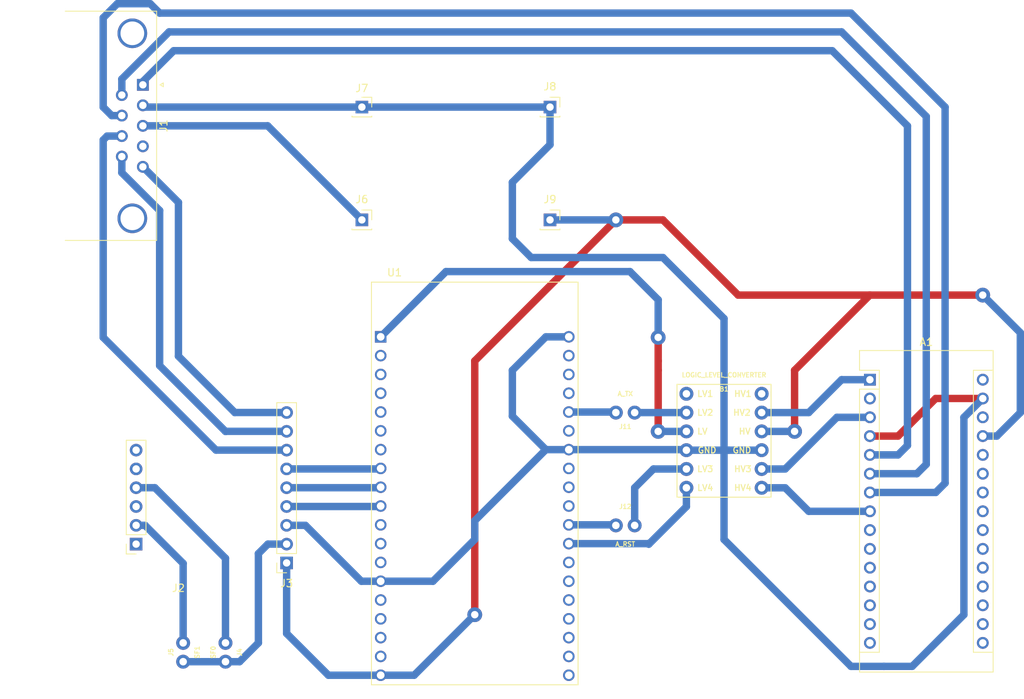
<source format=kicad_pcb>
(kicad_pcb (version 20211014) (generator pcbnew)
  (layers (0 "F.Cu" signal) (31 "B.Cu" signal) (34 "B.Paste" user) (35 "F.Paste" user) (36 "B.SilkS" user "B.Silkscreen") (37 "F.SilkS" user "F.Silkscreen") (38 "B.Mask" user) (39 "F.Mask" user) (44 "Edge.Cuts" user))
  (net 0 "")
  (net 48 "5V")
  (net 50 "Net-(A1-Pad1)")
  (net 53 "MELBUS_BUSY")
  (net 54 "MELBUS_DATA")
  (net 55 "MELBUS_CLK")
  (net 56 "GND")
  (net 57 "Net-(A1-Pad8)")
  (net 58 "Net-(B1-PadLV4)")
  (net 59 "Net-(B1-PadLV3)")
  (net 60 "Net-(B1-PadLV2)")
  (net 61 "3V3")
  (net 62 "Net-(J2-Pad2)")
  (net 63 "Net-(J2-Pad4)")
  (net 64 "Net-(J3-Pad2)")
  (net 65 "Net-(J3-Pad4)")
  (net 66 "Net-(J3-Pad5)")
  (net 67 "Net-(J3-Pad6)")
  (net 68 "AUDIO_L")
  (net 69 "AUDIO_GND")
  (net 70 "AUDIO_R")
  (net 71 "12V")
  (net 72 "Net-(J11-Pad2)")
  (net 77 "ARDUINO_RESET")
  (net 78 "Net-(J12-Pad1)")
  (footprint "Connector_PinSocket_2.54mm:PinSocket_1x01_P2.54mm_Vertical" (layer "F.Cu") (at 137.16 73.66)
    (fp_text reference "J9" (at 0 -2.77) (layer "F.SilkS"))
    (fp_text value "5V")
    (fp_line (start -1.33 1.21) (end -1.33 1.33) (layer "F.SilkS") (width 0.12))
    (fp_line (start 0 -1.33) (end 1.33 -1.33) (layer "F.SilkS") (width 0.12))
    (fp_line (start 1.33 -1.33) (end 1.33 0) (layer "F.SilkS") (width 0.12))
    (fp_line (start -1.33 1.33) (end 1.33 1.33) (layer "F.SilkS") (width 0.12))
    (fp_line (start 1.33 1.21) (end 1.33 1.33) (layer "F.SilkS") (width 0.12))
    (pad "1" thru_hole rect locked (at 0 0) (size 1.7 1.7) (drill 1) (layers *.Cu *.Mask) (net 48 "5V"))
  )
  (footprint "Connector_PinSocket_2.54mm:PinSocket_1x01_P2.54mm_Vertical" (layer "F.Cu") (at 111.76 73.66)
    (fp_text reference "J6" (at 0 -2.77) (layer "F.SilkS"))
    (fp_text value "12V")
    (fp_line (start 0 -1.33) (end 1.33 -1.33) (layer "F.SilkS") (width 0.12))
    (fp_line (start 1.33 -1.33) (end 1.33 0) (layer "F.SilkS") (width 0.12))
    (fp_line (start 1.33 1.21) (end 1.33 1.33) (layer "F.SilkS") (width 0.12))
    (fp_line (start -1.33 1.33) (end 1.33 1.33) (layer "F.SilkS") (width 0.12))
    (fp_line (start -1.33 1.21) (end -1.33 1.33) (layer "F.SilkS") (width 0.12))
    (pad "1" thru_hole rect locked (at 0 0) (size 1.7 1.7) (drill 1) (layers *.Cu *.Mask) (net 71 "12V"))
  )
  (footprint "Connector_PinSocket_2.54mm:PinSocket_1x01_P2.54mm_Vertical" (layer "F.Cu") (at 111.76 58.42)
    (fp_text reference "J7" (at 0 -2.54) (layer "F.SilkS"))
    (fp_text value "GND")
    (fp_line (start 0 -1.33) (end 1.33 -1.33) (layer "F.SilkS") (width 0.12))
    (fp_line (start 1.33 1.21) (end 1.33 1.33) (layer "F.SilkS") (width 0.12))
    (fp_line (start -1.33 1.33) (end 1.33 1.33) (layer "F.SilkS") (width 0.12))
    (fp_line (start 1.33 -1.33) (end 1.33 0) (layer "F.SilkS") (width 0.12))
    (fp_line (start -1.33 1.21) (end -1.33 1.33) (layer "F.SilkS") (width 0.12))
    (pad "1" thru_hole rect locked (at 0 0) (size 1.7 1.7) (drill 1) (layers *.Cu *.Mask) (net 56 "GND"))
  )
  (footprint "Module:Arduino_Nano" (layer "F.Cu") (at 180.35 95.25)
    (fp_text reference "A1" (at 7.62 -5.08) (layer "F.SilkS"))
    (fp_text value "Arduino_Nano")
    (fp_line (start 16.64 -3.94) (end -1.4 -3.94) (layer "F.SilkS") (width 0.12))
    (fp_line (start 1.27 1.27) (end 1.27 -1.27) (layer "F.SilkS") (width 0.12))
    (fp_line (start 16.64 39.5) (end 16.64 -3.94) (layer "F.SilkS") (width 0.12))
    (fp_line (start 1.27 1.27) (end 1.27 36.83) (layer "F.SilkS") (width 0.12))
    (fp_line (start 1.27 36.83) (end -1.4 36.83) (layer "F.SilkS") (width 0.12))
    (fp_line (start 13.97 -1.27) (end 13.97 36.83) (layer "F.SilkS") (width 0.12))
    (fp_line (start -1.4 39.5) (end 16.64 39.5) (layer "F.SilkS") (width 0.12))
    (fp_line (start 1.27 1.27) (end -1.4 1.27) (layer "F.SilkS") (width 0.12))
    (fp_line (start -1.4 -3.94) (end -1.4 -1.27) (layer "F.SilkS") (width 0.12))
    (fp_line (start 13.97 36.83) (end 16.64 36.83) (layer "F.SilkS") (width 0.12))
    (fp_line (start 13.97 -1.27) (end 16.64 -1.27) (layer "F.SilkS") (width 0.12))
    (fp_line (start -1.4 1.27) (end -1.4 39.5) (layer "F.SilkS") (width 0.12))
    (fp_line (start 1.27 -1.27) (end -1.4 -1.27) (layer "F.SilkS") (width 0.12))
    (pad "1" thru_hole rect locked (at 0 0) (size 1.6 1.6) (drill 1) (layers *.Cu *.Mask) (net 50 "Net-(A1-Pad1)"))
    (pad "2" thru_hole oval locked (at 0 2.54) (size 1.6 1.6) (drill 1) (layers *.Cu *.Mask))
    (pad "3" thru_hole oval locked (at 0 5.08) (size 1.6 1.6) (drill 1) (layers *.Cu *.Mask) (net 77 "ARDUINO_RESET"))
    (pad "4" thru_hole oval locked (at 0 7.62) (size 1.6 1.6) (drill 1) (layers *.Cu *.Mask) (net 56 "GND"))
    (pad "5" thru_hole oval locked (at 0 10.16) (size 1.6 1.6) (drill 1) (layers *.Cu *.Mask) (net 55 "MELBUS_CLK"))
    (pad "6" thru_hole oval locked (at 0 12.7) (size 1.6 1.6) (drill 1) (layers *.Cu *.Mask) (net 54 "MELBUS_DATA"))
    (pad "7" thru_hole oval locked (at 0 15.24) (size 1.6 1.6) (drill 1) (layers *.Cu *.Mask) (net 53 "MELBUS_BUSY"))
    (pad "8" thru_hole oval locked (at 0 17.78) (size 1.6 1.6) (drill 1) (layers *.Cu *.Mask) (net 57 "Net-(A1-Pad8)"))
    (pad "9" thru_hole oval locked (at 0 20.32) (size 1.6 1.6) (drill 1) (layers *.Cu *.Mask))
    (pad "10" thru_hole oval locked (at 0 22.86) (size 1.6 1.6) (drill 1) (layers *.Cu *.Mask))
    (pad "11" thru_hole oval locked (at 0 25.4) (size 1.6 1.6) (drill 1) (layers *.Cu *.Mask))
    (pad "12" thru_hole oval locked (at 0 27.94) (size 1.6 1.6) (drill 1) (layers *.Cu *.Mask))
    (pad "13" thru_hole oval locked (at 0 30.48) (size 1.6 1.6) (drill 1) (layers *.Cu *.Mask))
    (pad "14" thru_hole oval locked (at 0 33.02) (size 1.6 1.6) (drill 1) (layers *.Cu *.Mask))
    (pad "15" thru_hole oval locked (at 0 35.56) (size 1.6 1.6) (drill 1) (layers *.Cu *.Mask))
    (pad "16" thru_hole oval locked (at 15.24 35.56) (size 1.6 1.6) (drill 1) (layers *.Cu *.Mask))
    (pad "17" thru_hole oval locked (at 15.24 33.02) (size 1.6 1.6) (drill 1) (layers *.Cu *.Mask))
    (pad "18" thru_hole oval locked (at 15.24 30.48) (size 1.6 1.6) (drill 1) (layers *.Cu *.Mask))
    (pad "19" thru_hole oval locked (at 15.24 27.94) (size 1.6 1.6) (drill 1) (layers *.Cu *.Mask))
    (pad "20" thru_hole oval locked (at 15.24 25.4) (size 1.6 1.6) (drill 1) (layers *.Cu *.Mask))
    (pad "21" thru_hole oval locked (at 15.24 22.86) (size 1.6 1.6) (drill 1) (layers *.Cu *.Mask))
    (pad "22" thru_hole oval locked (at 15.24 20.32) (size 1.6 1.6) (drill 1) (layers *.Cu *.Mask))
    (pad "23" thru_hole oval locked (at 15.24 17.78) (size 1.6 1.6) (drill 1) (layers *.Cu *.Mask))
    (pad "24" thru_hole oval locked (at 15.24 15.24) (size 1.6 1.6) (drill 1) (layers *.Cu *.Mask))
    (pad "25" thru_hole oval locked (at 15.24 12.7) (size 1.6 1.6) (drill 1) (layers *.Cu *.Mask))
    (pad "26" thru_hole oval locked (at 15.24 10.16) (size 1.6 1.6) (drill 1) (layers *.Cu *.Mask))
    (pad "27" thru_hole oval locked (at 15.24 7.62) (size 1.6 1.6) (drill 1) (layers *.Cu *.Mask) (net 48 "5V"))
    (pad "28" thru_hole oval locked (at 15.24 5.08) (size 1.6 1.6) (drill 1) (layers *.Cu *.Mask))
    (pad "29" thru_hole oval locked (at 15.24 2.54) (size 1.6 1.6) (drill 1) (layers *.Cu *.Mask) (net 56 "GND"))
    (pad "30" thru_hole oval locked (at 15.24 0) (size 1.6 1.6) (drill 1) (layers *.Cu *.Mask))
  )
  (footprint "Connectors:1X02_NO_SILK" (layer "F.Cu") (at 93.345 130.81 -90)
    (fp_text reference "J4" (at 1.27 -1.905 -270) (layer "F.SilkS") (effects (font (size 0.6096 0.6096) (thickness 0.127))))
    (fp_text value "SF0" (at 1.27 1.651 -270) (layer "F.SilkS") (effects (font (size 0.6096 0.6096) (thickness 0.127))))
    (pad "1" thru_hole circle locked (at 0 0 270) (size 1.8796 1.8796) (drill 1.016) (layers *.Cu *.Mask) (net 63 "Net-(J2-Pad4)"))
    (pad "2" thru_hole circle locked (at 2.54 0 270) (size 1.8796 1.8796) (drill 1.016) (layers *.Cu *.Mask) (net 64 "Net-(J3-Pad2)"))
  )
  (footprint "Connector_PinSocket_2.54mm:PinSocket_1x09_P2.54mm_Vertical" (layer "F.Cu") (at 101.6 120.005 180)
    (fp_text reference "J3" (at 0 -2.77) (layer "F.SilkS"))
    (fp_text value "DAC_A")
    (fp_line (start 1.33 1.27) (end 1.33 21.65) (layer "F.SilkS") (width 0.12))
    (fp_line (start -1.33 21.65) (end 1.33 21.65) (layer "F.SilkS") (width 0.12))
    (fp_line (start 0 -1.33) (end 1.33 -1.33) (layer "F.SilkS") (width 0.12))
    (fp_line (start -1.33 1.27) (end -1.33 21.65) (layer "F.SilkS") (width 0.12))
    (fp_line (start -1.33 1.27) (end 1.33 1.27) (layer "F.SilkS") (width 0.12))
    (fp_line (start 1.33 -1.33) (end 1.33 0) (layer "F.SilkS") (width 0.12))
    (pad "1" thru_hole rect locked (at 0 0 180) (size 1.7 1.7) (drill 1) (layers *.Cu *.Mask) (net 48 "5V"))
    (pad "2" thru_hole oval locked (at 0 2.54 180) (size 1.7 1.7) (drill 1) (layers *.Cu *.Mask) (net 64 "Net-(J3-Pad2)"))
    (pad "3" thru_hole oval locked (at 0 5.08 180) (size 1.7 1.7) (drill 1) (layers *.Cu *.Mask) (net 56 "GND"))
    (pad "4" thru_hole oval locked (at 0 7.62 180) (size 1.7 1.7) (drill 1) (layers *.Cu *.Mask) (net 65 "Net-(J3-Pad4)"))
    (pad "5" thru_hole oval locked (at 0 10.16 180) (size 1.7 1.7) (drill 1) (layers *.Cu *.Mask) (net 66 "Net-(J3-Pad5)"))
    (pad "6" thru_hole oval locked (at 0 12.7 180) (size 1.7 1.7) (drill 1) (layers *.Cu *.Mask) (net 67 "Net-(J3-Pad6)"))
    (pad "7" thru_hole oval locked (at 0 15.24 180) (size 1.7 1.7) (drill 1) (layers *.Cu *.Mask) (net 68 "AUDIO_L"))
    (pad "8" thru_hole oval locked (at 0 17.78 180) (size 1.7 1.7) (drill 1) (layers *.Cu *.Mask) (net 69 "AUDIO_GND"))
    (pad "9" thru_hole oval locked (at 0 20.32 180) (size 1.7 1.7) (drill 1) (layers *.Cu *.Mask) (net 70 "AUDIO_R"))
  )
  (footprint "Boards:SPARKFUN_LOGIC_LEVEL_CONVERTER" (layer "F.Cu") (at 160.655 103.505)
    (fp_text reference "B1" (at 0 -6.985) (layer "F.SilkS") (effects (font (size 0.6096 0.6096) (thickness 0.127))))
    (fp_text value "LOGIC_LEVEL_CONVERTER" (at 0 -8.89) (layer "F.SilkS") (effects (font (size 0.6096 0.6096) (thickness 0.127))))
    (fp_text user "HV4" (at 2.54 6.35) (layer "F.SilkS") (effects (font (size 0.8128 0.8128) (thickness 0.1524))))
    (fp_text user "HV" (at 2.794 -1.27) (layer "F.SilkS") (effects (font (size 0.8128 0.8128) (thickness 0.1524))))
    (fp_text user "GND" (at -2.286 1.27) (layer "F.SilkS") (effects (font (size 0.8128 0.8128) (thickness 0.1524))))
    (fp_text user "LV4" (at -2.54 6.35) (layer "F.SilkS") (effects (font (size 0.8128 0.8128) (thickness 0.1524))))
    (fp_text user "LV1" (at -2.54 -6.35) (layer "F.SilkS") (effects (font (size 0.8128 0.8128) (thickness 0.1524))))
    (fp_text user "GND" (at 2.413 1.27) (layer "F.SilkS") (effects (font (size 0.8128 0.8128) (thickness 0.1524))))
    (fp_text user "HV1" (at 2.54 -6.35) (layer "F.SilkS") (effects (font (size 0.8128 0.8128) (thickness 0.1524))))
    (fp_text user "LV" (at -2.921 -1.27) (layer "F.SilkS") (effects (font (size 0.8128 0.8128) (thickness 0.1524))))
    (fp_text user "LV2" (at -2.54 -3.81) (layer "F.SilkS") (effects (font (size 0.8128 0.8128) (thickness 0.1524))))
    (fp_text user "HV2" (at 2.413 -3.81) (layer "F.SilkS") (effects (font (size 0.8128 0.8128) (thickness 0.1524))))
    (fp_text user "LV3" (at -2.54 3.81) (layer "F.SilkS") (effects (font (size 0.8128 0.8128) (thickness 0.1524))))
    (fp_text user "HV3" (at 2.54 3.81) (layer "F.SilkS") (effects (font (size 0.8128 0.8128) (thickness 0.1524))))
    (fp_line (start 6.35 7.62) (end -6.35 7.62) (layer "F.SilkS") (width 0.127))
    (fp_line (start 6.35 -7.62) (end 6.35 7.62) (layer "F.SilkS") (width 0.127))
    (fp_line (start -6.35 -7.62) (end 6.35 -7.62) (layer "F.SilkS") (width 0.127))
    (fp_line (start -6.35 7.62) (end -6.35 -7.62) (layer "F.SilkS") (width 0.127))
    (pad "GND1" thru_hole circle locked (at -5.08 1.27) (size 1.8796 1.8796) (drill 1.016) (layers *.Cu *.Mask) (net 56 "GND"))
    (pad "GND2" thru_hole circle locked (at 5.08 1.27) (size 1.8796 1.8796) (drill 1.016) (layers *.Cu *.Mask) (net 56 "GND"))
    (pad "HV" thru_hole circle locked (at 5.08 -1.27) (size 1.8796 1.8796) (drill 1.016) (layers *.Cu *.Mask) (net 48 "5V"))
    (pad "HV1" thru_hole circle locked (at 5.08 -6.35) (size 1.8796 1.8796) (drill 1.016) (layers *.Cu *.Mask))
    (pad "HV2" thru_hole circle locked (at 5.08 -3.81) (size 1.8796 1.8796) (drill 1.016) (layers *.Cu *.Mask) (net 50 "Net-(A1-Pad1)"))
    (pad "HV3" thru_hole circle locked (at 5.08 3.81) (size 1.8796 1.8796) (drill 1.016) (layers *.Cu *.Mask) (net 77 "ARDUINO_RESET"))
    (pad "HV4" thru_hole circle locked (at 5.08 6.35) (size 1.8796 1.8796) (drill 1.016) (layers *.Cu *.Mask) (net 57 "Net-(A1-Pad8)"))
    (pad "LV" thru_hole circle locked (at -5.08 -1.27) (size 1.8796 1.8796) (drill 1.016) (layers *.Cu *.Mask) (net 61 "3V3"))
    (pad "LV1" thru_hole circle locked (at -5.08 -6.35) (size 1.8796 1.8796) (drill 1.016) (layers *.Cu *.Mask))
    (pad "LV2" thru_hole circle locked (at -5.08 -3.81) (size 1.8796 1.8796) (drill 1.016) (layers *.Cu *.Mask) (net 60 "Net-(B1-PadLV2)"))
    (pad "LV3" thru_hole circle locked (at -5.08 3.81) (size 1.8796 1.8796) (drill 1.016) (layers *.Cu *.Mask) (net 59 "Net-(B1-PadLV3)"))
    (pad "LV4" thru_hole circle locked (at -5.08 6.35) (size 1.8796 1.8796) (drill 1.016) (layers *.Cu *.Mask) (net 58 "Net-(B1-PadLV4)"))
  )
  (footprint "Connector_Dsub:DSUB-9_Male_Horizontal_P2.77x2.84mm_EdgePinOffset7.70mm_Housed_MountingHolesOffset9.12mm" (layer "F.Cu") (at 82.190331 55.41 -90)
    (fp_text reference "J1" (at 5.54 -2.8 -90) (layer "F.SilkS"))
    (fp_text value "DB9_Male")
    (fp_line (start -9.945 -1.86) (end 21.025 -1.86) (layer "F.SilkS") (width 0.12))
    (fp_line (start -9.945 10.48) (end -9.945 -1.86) (layer "F.SilkS") (width 0.12))
    (fp_line (start 0.25 -2.754338) (end 0 -2.321325) (layer "F.SilkS") (width 0.12))
    (fp_line (start 0 -2.321325) (end -0.25 -2.754338) (layer "F.SilkS") (width 0.12))
    (fp_line (start -0.25 -2.754338) (end 0.25 -2.754338) (layer "F.SilkS") (width 0.12))
    (fp_line (start 21.025 -1.86) (end 21.025 10.48) (layer "F.SilkS") (width 0.12))
    (pad "0" thru_hole circle locked (at -6.96 1.42 270) (size 4 4) (drill 3.2) (layers *.Cu *.Mask))
    (pad "0" thru_hole circle locked (at 18.04 1.42 270) (size 4 4) (drill 3.2) (layers *.Cu *.Mask))
    (pad "1" thru_hole rect locked (at 0 0 270) (size 1.6 1.6) (drill 1) (layers *.Cu *.Mask) (net 55 "MELBUS_CLK"))
    (pad "2" thru_hole circle locked (at 2.77 0 270) (size 1.6 1.6) (drill 1) (layers *.Cu *.Mask) (net 56 "GND"))
    (pad "3" thru_hole circle locked (at 5.54 0 270) (size 1.6 1.6) (drill 1) (layers *.Cu *.Mask) (net 71 "12V"))
    (pad "4" thru_hole circle locked (at 8.31 0 270) (size 1.6 1.6) (drill 1) (layers *.Cu *.Mask))
    (pad "5" thru_hole circle locked (at 11.08 0 270) (size 1.6 1.6) (drill 1) (layers *.Cu *.Mask) (net 70 "AUDIO_R"))
    (pad "6" thru_hole circle locked (at 1.385 2.84 270) (size 1.6 1.6) (drill 1) (layers *.Cu *.Mask) (net 54 "MELBUS_DATA"))
    (pad "7" thru_hole circle locked (at 4.155 2.84 270) (size 1.6 1.6) (drill 1) (layers *.Cu *.Mask) (net 53 "MELBUS_BUSY"))
    (pad "8" thru_hole circle locked (at 6.925 2.84 270) (size 1.6 1.6) (drill 1) (layers *.Cu *.Mask) (net 68 "AUDIO_L"))
    (pad "9" thru_hole circle locked (at 9.695 2.84 270) (size 1.6 1.6) (drill 1) (layers *.Cu *.Mask) (net 69 "AUDIO_GND"))
  )
  (footprint "esp32:MODULE_ESP32-DEVKITC-32D" (layer "F.Cu") (at 127 109.22)
    (fp_text reference "U1" (at -10.829175 -28.446045) (layer "F.SilkS") (effects (font (size 1.000386 1.000386))))
    (fp_text value "ESP32-DEVKITC-32D")
    (fp_line (start 13.95 -27.15) (end 13.95 27.25) (layer "F.SilkS") (width 0.127))
    (fp_line (start 13.95 27.25) (end -13.95 27.25) (layer "F.SilkS") (width 0.127))
    (fp_line (start -13.95 -27.15) (end 13.95 -27.15) (layer "F.SilkS") (width 0.127))
    (fp_line (start -13.95 27.25) (end -13.95 -27.15) (layer "F.SilkS") (width 0.127))
    (pad "1" thru_hole rect locked (at -12.7 -19.76) (size 1.56 1.56) (drill 1.04) (layers *.Cu *.Mask) (net 61 "3V3"))
    (pad "2" thru_hole circle locked (at -12.7 -17.22) (size 1.56 1.56) (drill 1.04) (layers *.Cu *.Mask))
    (pad "3" thru_hole circle locked (at -12.7 -14.68) (size 1.56 1.56) (drill 1.04) (layers *.Cu *.Mask))
    (pad "4" thru_hole circle locked (at -12.7 -12.14) (size 1.56 1.56) (drill 1.04) (layers *.Cu *.Mask))
    (pad "5" thru_hole circle locked (at -12.7 -9.6) (size 1.56 1.56) (drill 1.04) (layers *.Cu *.Mask))
    (pad "6" thru_hole circle locked (at -12.7 -7.06) (size 1.56 1.56) (drill 1.04) (layers *.Cu *.Mask))
    (pad "7" thru_hole circle locked (at -12.7 -4.52) (size 1.56 1.56) (drill 1.04) (layers *.Cu *.Mask))
    (pad "8" thru_hole circle locked (at -12.7 -1.98) (size 1.56 1.56) (drill 1.04) (layers *.Cu *.Mask) (net 67 "Net-(J3-Pad6)"))
    (pad "9" thru_hole circle locked (at -12.7 0.56) (size 1.56 1.56) (drill 1.04) (layers *.Cu *.Mask) (net 66 "Net-(J3-Pad5)"))
    (pad "10" thru_hole circle locked (at -12.7 3.1) (size 1.56 1.56) (drill 1.04) (layers *.Cu *.Mask) (net 65 "Net-(J3-Pad4)"))
    (pad "11" thru_hole circle locked (at -12.7 5.64) (size 1.56 1.56) (drill 1.04) (layers *.Cu *.Mask))
    (pad "12" thru_hole circle locked (at -12.7 8.18) (size 1.56 1.56) (drill 1.04) (layers *.Cu *.Mask))
    (pad "13" thru_hole circle locked (at -12.7 10.72) (size 1.56 1.56) (drill 1.04) (layers *.Cu *.Mask))
    (pad "14" thru_hole circle locked (at -12.7 13.26) (size 1.56 1.56) (drill 1.04) (layers *.Cu *.Mask) (net 56 "GND"))
    (pad "15" thru_hole circle locked (at -12.7 15.8) (size 1.56 1.56) (drill 1.04) (layers *.Cu *.Mask))
    (pad "16" thru_hole circle locked (at -12.7 18.34) (size 1.56 1.56) (drill 1.04) (layers *.Cu *.Mask))
    (pad "17" thru_hole circle locked (at -12.7 20.88) (size 1.56 1.56) (drill 1.04) (layers *.Cu *.Mask))
    (pad "18" thru_hole circle locked (at -12.7 23.42) (size 1.56 1.56) (drill 1.04) (layers *.Cu *.Mask))
    (pad "19" thru_hole circle locked (at -12.7 25.96) (size 1.56 1.56) (drill 1.04) (layers *.Cu *.Mask) (net 48 "5V"))
    (pad "20" thru_hole circle locked (at 12.7 -19.76) (size 1.56 1.56) (drill 1.04) (layers *.Cu *.Mask) (net 56 "GND"))
    (pad "21" thru_hole circle locked (at 12.7 -17.22) (size 1.56 1.56) (drill 1.04) (layers *.Cu *.Mask))
    (pad "22" thru_hole circle locked (at 12.7 -14.68) (size 1.56 1.56) (drill 1.04) (layers *.Cu *.Mask))
    (pad "23" thru_hole circle locked (at 12.7 -12.14) (size 1.56 1.56) (drill 1.04) (layers *.Cu *.Mask))
    (pad "24" thru_hole circle locked (at 12.7 -9.6) (size 1.56 1.56) (drill 1.04) (layers *.Cu *.Mask) (net 72 "Net-(J11-Pad2)"))
    (pad "25" thru_hole circle locked (at 12.7 -7.06) (size 1.56 1.56) (drill 1.04) (layers *.Cu *.Mask))
    (pad "26" thru_hole circle locked (at 12.7 -4.52) (size 1.56 1.56) (drill 1.04) (layers *.Cu *.Mask) (net 56 "GND"))
    (pad "27" thru_hole circle locked (at 12.7 -1.98) (size 1.56 1.56) (drill 1.04) (layers *.Cu *.Mask))
    (pad "28" thru_hole circle locked (at 12.7 0.56) (size 1.56 1.56) (drill 1.04) (layers *.Cu *.Mask))
    (pad "29" thru_hole circle locked (at 12.7 3.1) (size 1.56 1.56) (drill 1.04) (layers *.Cu *.Mask))
    (pad "30" thru_hole circle locked (at 12.7 5.64) (size 1.56 1.56) (drill 1.04) (layers *.Cu *.Mask) (net 78 "Net-(J12-Pad1)"))
    (pad "31" thru_hole circle locked (at 12.7 8.18) (size 1.56 1.56) (drill 1.04) (layers *.Cu *.Mask) (net 58 "Net-(B1-PadLV4)"))
    (pad "32" thru_hole circle locked (at 12.7 10.72) (size 1.56 1.56) (drill 1.04) (layers *.Cu *.Mask))
    (pad "33" thru_hole circle locked (at 12.7 13.26) (size 1.56 1.56) (drill 1.04) (layers *.Cu *.Mask))
    (pad "34" thru_hole circle locked (at 12.7 15.8) (size 1.56 1.56) (drill 1.04) (layers *.Cu *.Mask))
    (pad "35" thru_hole circle locked (at 12.7 18.34) (size 1.56 1.56) (drill 1.04) (layers *.Cu *.Mask))
    (pad "36" thru_hole circle locked (at 12.7 20.88) (size 1.56 1.56) (drill 1.04) (layers *.Cu *.Mask))
    (pad "37" thru_hole circle locked (at 12.7 23.42) (size 1.56 1.56) (drill 1.04) (layers *.Cu *.Mask))
    (pad "38" thru_hole circle locked (at 12.7 25.96) (size 1.56 1.56) (drill 1.04) (layers *.Cu *.Mask))
  )
  (footprint "Connectors:1X02_NO_SILK" (layer "F.Cu") (at 87.63 133.35 90)
    (fp_text reference "J5" (at 1.27 -1.651 90) (layer "F.SilkS") (effects (font (size 0.6096 0.6096) (thickness 0.127))))
    (fp_text value "SF1" (at 1.27 1.905 90) (layer "F.SilkS") (effects (font (size 0.6096 0.6096) (thickness 0.127))))
    (pad "1" thru_hole circle locked (at 0 0 90) (size 1.8796 1.8796) (drill 1.016) (layers *.Cu *.Mask) (net 64 "Net-(J3-Pad2)"))
    (pad "2" thru_hole circle locked (at 2.54 0 90) (size 1.8796 1.8796) (drill 1.016) (layers *.Cu *.Mask) (net 62 "Net-(J2-Pad2)"))
  )
  (footprint "Connectors:1X02_NO_SILK" (layer "F.Cu") (at 148.59 99.695 180)
    (fp_text reference "J11" (at 1.27 -1.905) (layer "F.SilkS") (effects (font (size 0.6096 0.6096) (thickness 0.127))))
    (fp_text value "A_TX" (at 1.27 2.54) (layer "F.SilkS") (effects (font (size 0.6096 0.6096) (thickness 0.127))))
    (pad "1" thru_hole circle locked (at 0 0 180) (size 1.8796 1.8796) (drill 1.016) (layers *.Cu *.Mask) (net 60 "Net-(B1-PadLV2)"))
    (pad "2" thru_hole circle locked (at 2.54 0 180) (size 1.8796 1.8796) (drill 1.016) (layers *.Cu *.Mask) (net 72 "Net-(J11-Pad2)"))
  )
  (footprint "Connector_PinSocket_2.54mm:PinSocket_1x01_P2.54mm_Vertical" (layer "F.Cu") (at 137.16 58.42)
    (fp_text reference "J8" (at 0 -2.77) (layer "F.SilkS"))
    (fp_text value "GND")
    (fp_line (start -1.33 1.21) (end -1.33 1.33) (layer "F.SilkS") (width 0.12))
    (fp_line (start -1.33 1.33) (end 1.33 1.33) (layer "F.SilkS") (width 0.12))
    (fp_line (start 1.33 1.21) (end 1.33 1.33) (layer "F.SilkS") (width 0.12))
    (fp_line (start 1.33 -1.33) (end 1.33 0) (layer "F.SilkS") (width 0.12))
    (fp_line (start 0 -1.33) (end 1.33 -1.33) (layer "F.SilkS") (width 0.12))
    (pad "1" thru_hole rect locked (at 0 0) (size 1.7 1.7) (drill 1) (layers *.Cu *.Mask) (net 56 "GND"))
  )
  (footprint "Connectors:1X02_NO_SILK" (layer "F.Cu") (at 146.05 114.935)
    (fp_text reference "J12" (at 1.27 -2.54) (layer "F.SilkS") (effects (font (size 0.6096 0.6096) (thickness 0.127))))
    (fp_text value "A_RST" (at 1.27 2.54) (layer "F.SilkS") (effects (font (size 0.6096 0.6096) (thickness 0.127))))
    (pad "1" thru_hole circle locked (at 0 0) (size 1.8796 1.8796) (drill 1.016) (layers *.Cu *.Mask) (net 78 "Net-(J12-Pad1)"))
    (pad "2" thru_hole circle locked (at 2.54 0) (size 1.8796 1.8796) (drill 1.016) (layers *.Cu *.Mask) (net 59 "Net-(B1-PadLV3)"))
  )
  (footprint "Connector_PinSocket_2.54mm:PinSocket_1x06_P2.54mm_Vertical" (layer "F.Cu") (at 81.28 117.465 180)
    (fp_text reference "J2" (at -5.715 -5.945) (layer "F.SilkS"))
    (fp_text value "DAC_B")
    (fp_line (start 0 -1.33) (end 1.33 -1.33) (layer "F.SilkS") (width 0.12))
    (fp_line (start -1.33 1.27) (end -1.33 14.03) (layer "F.SilkS") (width 0.12))
    (fp_line (start -1.33 14.03) (end 1.33 14.03) (layer "F.SilkS") (width 0.12))
    (fp_line (start 1.33 1.27) (end 1.33 14.03) (layer "F.SilkS") (width 0.12))
    (fp_line (start 1.33 -1.33) (end 1.33 0) (layer "F.SilkS") (width 0.12))
    (fp_line (start -1.33 1.27) (end 1.33 1.27) (layer "F.SilkS") (width 0.12))
    (pad "1" thru_hole rect locked (at 0 0 180) (size 1.7 1.7) (drill 1) (layers *.Cu *.Mask))
    (pad "2" thru_hole oval locked (at 0 2.54 180) (size 1.7 1.7) (drill 1) (layers *.Cu *.Mask) (net 62 "Net-(J2-Pad2)"))
    (pad "3" thru_hole oval locked (at 0 5.08 180) (size 1.7 1.7) (drill 1) (layers *.Cu *.Mask))
    (pad "4" thru_hole oval locked (at 0 7.62 180) (size 1.7 1.7) (drill 1) (layers *.Cu *.Mask) (net 63 "Net-(J2-Pad4)"))
    (pad "5" thru_hole oval locked (at 0 10.16 180) (size 1.7 1.7) (drill 1) (layers *.Cu *.Mask))
    (pad "6" thru_hole oval locked (at 0 12.7 180) (size 1.7 1.7) (drill 1) (layers *.Cu *.Mask))
  )
  (segment locked (start 162.56 83.82) (end 180.34 83.82) (width 1) (layer "F.Cu") (net 48))
  (segment locked (start 180.34 83.82) (end 195.58 83.82) (width 1) (layer "F.Cu") (net 48))
  (segment locked (start 170.18 93.98) (end 180.34 83.82) (width 1) (layer "F.Cu") (net 48))
  (segment locked (start 146.05 73.66) (end 127 92.71) (width 1) (layer "F.Cu") (net 48))
  (segment locked (start 170.18 102.235) (end 170.18 93.98) (width 1) (layer "F.Cu") (net 48))
  (segment locked (start 146.05 73.66) (end 152.4 73.66) (width 1) (layer "F.Cu") (net 48))
  (segment locked (start 152.4 73.66) (end 162.56 83.82) (width 1) (layer "F.Cu") (net 48))
  (segment locked (start 127 92.71) (end 127 127) (width 1) (layer "F.Cu") (net 48))
  (via locked (at 170.18 102.235) (size 2) (drill 1) (layers "F.Cu" "B.Cu") (net 48))
  (via locked (at 195.58 83.82) (size 2) (drill 1) (layers "F.Cu" "B.Cu") (net 48))
  (via locked (at 146.05 73.66) (size 2) (drill 1) (layers "F.Cu" "B.Cu") (net 48))
  (via locked (at 127 127) (size 2) (drill 1) (layers "F.Cu" "B.Cu") (net 48))
  (segment locked (start 118.82 135.18) (end 114.3 135.18) (width 1) (layer "B.Cu") (net 48))
  (segment locked (start 200.66 88.9) (end 200.66 99.695) (width 1) (layer "B.Cu") (net 48))
  (segment locked (start 107.24 135.18) (end 101.6 129.54) (width 1) (layer "B.Cu") (net 48))
  (segment locked (start 101.6 129.54) (end 101.6 120.005) (width 1) (layer "B.Cu") (net 48))
  (segment locked (start 114.3 135.18) (end 107.24 135.18) (width 1) (layer "B.Cu") (net 48))
  (segment locked (start 197.485 102.87) (end 195.59 102.87) (width 1) (layer "B.Cu") (net 48))
  (segment locked (start 200.66 99.695) (end 197.485 102.87) (width 1) (layer "B.Cu") (net 48))
  (segment locked (start 127 127) (end 118.82 135.18) (width 1) (layer "B.Cu") (net 48))
  (segment locked (start 137.16 73.66) (end 146.05 73.66) (width 1) (layer "B.Cu") (net 48))
  (segment locked (start 195.58 83.82) (end 200.66 88.9) (width 1) (layer "B.Cu") (net 48))
  (segment locked (start 165.735 102.235) (end 170.18 102.235) (width 1) (layer "B.Cu") (net 48))
  (segment locked (start 180.35 95.25) (end 176.53 95.25) (width 1) (layer "B.Cu") (net 50))
  (segment locked (start 176.53 95.25) (end 172.085 99.695) (width 1) (layer "B.Cu") (net 50))
  (segment locked (start 172.085 99.695) (end 165.735 99.695) (width 1) (layer "B.Cu") (net 50))
  (segment locked (start 76.835 58.42) (end 77.98 59.565) (width 1) (layer "B.Cu") (net 53))
  (segment locked (start 78.74 44.45) (end 76.835 46.355) (width 1) (layer "B.Cu") (net 53))
  (segment locked (start 84.455 45.72) (end 83.185 44.45) (width 1) (layer "B.Cu") (net 53))
  (segment locked (start 83.185 44.45) (end 78.74 44.45) (width 1) (layer "B.Cu") (net 53))
  (segment locked (start 77.98 59.565) (end 79.350331 59.565) (width 1) (layer "B.Cu") (net 53))
  (segment locked (start 76.835 46.355) (end 76.835 58.42) (width 1) (layer "B.Cu") (net 53))
  (segment locked (start 190.5 109.22) (end 190.5 58.42) (width 1) (layer "B.Cu") (net 53))
  (segment locked (start 177.8 45.72) (end 84.455 45.72) (width 1) (layer "B.Cu") (net 53))
  (segment locked (start 180.35 110.49) (end 189.23 110.49) (width 1) (layer "B.Cu") (net 53))
  (segment locked (start 190.5 58.42) (end 177.8 45.72) (width 1) (layer "B.Cu") (net 53))
  (segment locked (start 189.23 110.49) (end 190.5 109.22) (width 1) (layer "B.Cu") (net 53))
  (segment locked (start 186.69 107.95) (end 187.96 106.68) (width 1) (layer "B.Cu") (net 54))
  (segment locked (start 187.96 106.68) (end 187.96 59.69) (width 1) (layer "B.Cu") (net 54))
  (segment locked (start 85.725 48.26) (end 79.350331 54.634669) (width 1) (layer "B.Cu") (net 54))
  (segment locked (start 79.350331 54.634669) (end 79.350331 56.795) (width 1) (layer "B.Cu") (net 54))
  (segment locked (start 176.53 48.26) (end 85.725 48.26) (width 1) (layer "B.Cu") (net 54))
  (segment locked (start 187.96 59.69) (end 176.53 48.26) (width 1) (layer "B.Cu") (net 54))
  (segment locked (start 180.35 107.95) (end 186.69 107.95) (width 1) (layer "B.Cu") (net 54))
  (segment locked (start 185.42 104.14) (end 185.42 60.96) (width 1) (layer "B.Cu") (net 55))
  (segment locked (start 82.190331 54.969669) (end 82.190331 55.41) (width 1) (layer "B.Cu") (net 55))
  (segment locked (start 175.26 50.8) (end 86.36 50.8) (width 1) (layer "B.Cu") (net 55))
  (segment locked (start 86.36 50.8) (end 82.190331 54.969669) (width 1) (layer "B.Cu") (net 55))
  (segment locked (start 180.35 105.41) (end 184.15 105.41) (width 1) (layer "B.Cu") (net 55))
  (segment locked (start 185.42 60.96) (end 175.26 50.8) (width 1) (layer "B.Cu") (net 55))
  (segment locked (start 184.15 105.41) (end 185.42 104.14) (width 1) (layer "B.Cu") (net 55))
  (segment locked (start 184.15 102.87) (end 189.23 97.79) (width 1) (layer "F.Cu") (net 56))
  (segment locked (start 180.35 102.87) (end 184.15 102.87) (width 1) (layer "F.Cu") (net 56))
  (segment locked (start 189.23 97.79) (end 195.59 97.79) (width 1) (layer "F.Cu") (net 56))
  (segment locked (start 186.055 133.985) (end 182.245 133.985) (width 1) (layer "B.Cu") (net 56))
  (segment locked (start 177.8 133.985) (end 160.655 116.84) (width 1) (layer "B.Cu") (net 56))
  (segment locked (start 111.76 58.42) (end 137.16 58.42) (width 1) (layer "B.Cu") (net 56))
  (segment locked (start 114.3 122.48) (end 111.685 122.48) (width 1) (layer "B.Cu") (net 56))
  (segment locked (start 136.6 104.7) (end 139.7 104.7) (width 1) (layer "B.Cu") (net 56))
  (segment locked (start 136.6 89.46) (end 139.7 89.46) (width 1) (layer "B.Cu") (net 56))
  (segment locked (start 127 114.3) (end 136.6 104.7) (width 1) (layer "B.Cu") (net 56))
  (segment locked (start 111.76 58.42) (end 82.430331 58.42) (width 1) (layer "B.Cu") (net 56))
  (segment locked (start 160.655 116.84) (end 160.655 104.775) (width 1) (layer "B.Cu") (net 56))
  (segment locked (start 127 116.84) (end 127 114.3) (width 1) (layer "B.Cu") (net 56))
  (segment locked (start 152.4 78.74) (end 160.655 86.995) (width 1) (layer "B.Cu") (net 56))
  (segment locked (start 104.13 114.925) (end 101.6 114.925) (width 1) (layer "B.Cu") (net 56))
  (segment locked (start 132.08 93.98) (end 136.6 89.46) (width 1) (layer "B.Cu") (net 56))
  (segment locked (start 193.04 127) (end 186.055 133.985) (width 1) (layer "B.Cu") (net 56))
  (segment locked (start 136.6 104.7) (end 132.08 100.18) (width 1) (layer "B.Cu") (net 56))
  (segment locked (start 132.08 68.58) (end 132.08 76.2) (width 1) (layer "B.Cu") (net 56))
  (segment locked (start 160.655 86.995) (end 160.655 104.775) (width 1) (layer "B.Cu") (net 56))
  (segment locked (start 132.08 100.18) (end 132.08 93.98) (width 1) (layer "B.Cu") (net 56))
  (segment locked (start 182.245 133.985) (end 177.8 133.985) (width 1) (layer "B.Cu") (net 56))
  (segment locked (start 137.16 63.5) (end 132.08 68.58) (width 1) (layer "B.Cu") (net 56))
  (segment locked (start 160.655 104.775) (end 161.29 104.775) (width 1) (layer "B.Cu") (net 56))
  (segment locked (start 139.7 104.7) (end 155.5 104.7) (width 1) (layer "B.Cu") (net 56))
  (segment locked (start 155.5 104.7) (end 155.575 104.775) (width 1) (layer "B.Cu") (net 56))
  (segment locked (start 132.08 76.2) (end 134.62 78.74) (width 1) (layer "B.Cu") (net 56))
  (segment locked (start 121.36 122.48) (end 127 116.84) (width 1) (layer "B.Cu") (net 56))
  (segment locked (start 155.575 104.775) (end 160.655 104.775) (width 1) (layer "B.Cu") (net 56))
  (segment locked (start 114.3 122.48) (end 121.36 122.48) (width 1) (layer "B.Cu") (net 56))
  (segment locked (start 134.62 78.74) (end 152.4 78.74) (width 1) (layer "B.Cu") (net 56))
  (segment locked (start 161.29 104.775) (end 165.735 104.775) (width 1) (layer "B.Cu") (net 56))
  (segment locked (start 195.59 97.79) (end 193.04 100.34) (width 1) (layer "B.Cu") (net 56))
  (segment locked (start 137.16 58.42) (end 137.16 63.5) (width 1) (layer "B.Cu") (net 56))
  (segment locked (start 193.04 100.34) (end 193.04 127) (width 1) (layer "B.Cu") (net 56))
  (segment locked (start 111.685 122.48) (end 104.13 114.925) (width 1) (layer "B.Cu") (net 56))
  (segment locked (start 82.430331 58.42) (end 82.190331 58.18) (width 1) (layer "B.Cu") (net 56))
  (segment locked (start 172.085 113.03) (end 180.35 113.03) (width 1) (layer "B.Cu") (net 57))
  (segment locked (start 168.91 109.855) (end 172.085 113.03) (width 1) (layer "B.Cu") (net 57))
  (segment locked (start 165.735 109.855) (end 168.91 109.855) (width 1) (layer "B.Cu") (net 57))
  (segment locked (start 155.575 110.49) (end 155.575 109.855) (width 1) (layer "B.Cu") (net 58))
  (segment locked (start 150.42 117.4) (end 150.495 117.475) (width 1) (layer "B.Cu") (net 58))
  (segment locked (start 155.575 112.395) (end 155.575 109.855) (width 1) (layer "B.Cu") (net 58))
  (segment locked (start 139.7 117.4) (end 150.42 117.4) (width 1) (layer "B.Cu") (net 58))
  (segment locked (start 150.495 117.475) (end 155.575 112.395) (width 1) (layer "B.Cu") (net 58))
  (segment locked (start 151.13 107.315) (end 155.575 107.315) (width 1) (layer "B.Cu") (net 59))
  (segment locked (start 148.59 114.935) (end 148.59 109.855) (width 1) (layer "B.Cu") (net 59))
  (segment locked (start 148.59 109.855) (end 151.13 107.315) (width 1) (layer "B.Cu") (net 59))
  (segment locked (start 148.59 99.695) (end 155.575 99.695) (width 1) (layer "B.Cu") (net 60))
  (segment locked (start 151.765 102.235) (end 151.765 93.98) (width 1) (layer "F.Cu") (net 61))
  (segment locked (start 151.765 93.98) (end 151.765 92.71) (width 1) (layer "F.Cu") (net 61))
  (segment locked (start 151.765 92.71) (end 151.765 90.17) (width 1) (layer "F.Cu") (net 61))
  (segment locked (start 151.765 90.17) (end 151.765 89.535) (width 1) (layer "F.Cu") (net 61))
  (via locked (at 151.765 102.235) (size 2) (drill 1) (layers "F.Cu" "B.Cu") (net 61))
  (via locked (at 151.765 89.535) (size 2) (drill 1) (layers "F.Cu" "B.Cu") (net 61))
  (segment locked (start 147.955 80.645) (end 123.115 80.645) (width 1) (layer "B.Cu") (net 61))
  (segment locked (start 155.575 102.235) (end 151.765 102.235) (width 1) (layer "B.Cu") (net 61))
  (segment locked (start 123.115 80.645) (end 114.3 89.46) (width 1) (layer "B.Cu") (net 61))
  (segment locked (start 151.765 84.455) (end 147.955 80.645) (width 1) (layer "B.Cu") (net 61))
  (segment locked (start 151.765 89.535) (end 151.765 84.455) (width 1) (layer "B.Cu") (net 61))
  (segment locked (start 82.482081 114.925) (end 81.28 114.925) (width 1) (layer "B.Cu") (net 62))
  (segment locked (start 87.63 130.81) (end 87.63 120.072919) (width 1) (layer "B.Cu") (net 62))
  (segment locked (start 87.63 120.072919) (end 82.482081 114.925) (width 1) (layer "B.Cu") (net 62))
  (segment locked (start 93.345 130.81) (end 93.345 119.38) (width 1) (layer "B.Cu") (net 63))
  (segment locked (start 93.345 119.38) (end 83.81 109.845) (width 1) (layer "B.Cu") (net 63))
  (segment locked (start 83.81 109.845) (end 81.28 109.845) (width 1) (layer "B.Cu") (net 63))
  (segment locked (start 99.07 117.465) (end 97.79 118.745) (width 1) (layer "B.Cu") (net 64))
  (segment locked (start 93.345 133.35) (end 87.63 133.35) (width 1) (layer "B.Cu") (net 64))
  (segment locked (start 101.6 117.465) (end 99.07 117.465) (width 1) (layer "B.Cu") (net 64))
  (segment locked (start 95.25 133.35) (end 93.345 133.35) (width 1) (layer "B.Cu") (net 64))
  (segment locked (start 97.79 130.81) (end 95.25 133.35) (width 1) (layer "B.Cu") (net 64))
  (segment locked (start 97.79 118.745) (end 97.79 130.81) (width 1) (layer "B.Cu") (net 64))
  (segment locked (start 101.6 112.385) (end 114.235 112.385) (width 1) (layer "B.Cu") (net 65))
  (segment locked (start 114.235 112.385) (end 114.3 112.32) (width 1) (layer "B.Cu") (net 65))
  (segment locked (start 101.6 109.845) (end 114.235 109.845) (width 1) (layer "B.Cu") (net 66))
  (segment locked (start 114.235 109.845) (end 114.3 109.78) (width 1) (layer "B.Cu") (net 66))
  (segment locked (start 114.235 107.305) (end 114.3 107.24) (width 1) (layer "B.Cu") (net 67))
  (segment locked (start 101.6 107.305) (end 114.235 107.305) (width 1) (layer "B.Cu") (net 67))
  (segment locked (start 76.835 89.535) (end 76.835 62.865) (width 1) (layer "B.Cu") (net 68))
  (segment locked (start 92.065 104.765) (end 76.835 89.535) (width 1) (layer "B.Cu") (net 68))
  (segment locked (start 77.365 62.335) (end 79.650331 62.335) (width 1) (layer "B.Cu") (net 68))
  (segment locked (start 101.6 104.765) (end 92.065 104.765) (width 1) (layer "B.Cu") (net 68))
  (segment locked (start 76.835 62.865) (end 77.365 62.335) (width 1) (layer "B.Cu") (net 68))
  (segment locked (start 84.455 72.39) (end 79.350331 67.285331) (width 1) (layer "B.Cu") (net 69))
  (segment locked (start 93.345 102.235) (end 84.455 93.345) (width 1) (layer "B.Cu") (net 69))
  (segment locked (start 84.455 93.345) (end 84.455 72.39) (width 1) (layer "B.Cu") (net 69))
  (segment locked (start 101.6 102.225) (end 93.355 102.225) (width 1) (layer "B.Cu") (net 69))
  (segment locked (start 79.350331 67.285331) (end 79.350331 65.105) (width 1) (layer "B.Cu") (net 69))
  (segment locked (start 93.355 102.225) (end 93.345 102.235) (width 1) (layer "B.Cu") (net 69))
  (segment locked (start 86.995 71.294669) (end 82.190331 66.49) (width 1) (layer "B.Cu") (net 70))
  (segment locked (start 101.6 99.685) (end 94.625 99.685) (width 1) (layer "B.Cu") (net 70))
  (segment locked (start 86.995 92.075) (end 86.995 71.294669) (width 1) (layer "B.Cu") (net 70))
  (segment locked (start 94.625 99.685) (end 94.615 99.695) (width 1) (layer "B.Cu") (net 70))
  (segment locked (start 94.615 99.695) (end 86.995 92.075) (width 1) (layer "B.Cu") (net 70))
  (segment locked (start 99.05 60.95) (end 111.76 73.66) (width 1) (layer "B.Cu") (net 71))
  (segment locked (start 82.190331 60.95) (end 99.05 60.95) (width 1) (layer "B.Cu") (net 71))
  (segment locked (start 145.975 99.62) (end 146.05 99.695) (width 1) (layer "B.Cu") (net 72))
  (segment locked (start 139.7 99.62) (end 145.975 99.62) (width 1) (layer "B.Cu") (net 72))
  (segment locked (start 175.895 100.33) (end 180.35 100.33) (width 1) (layer "B.Cu") (net 77))
  (segment locked (start 168.91 107.315) (end 175.895 100.33) (width 1) (layer "B.Cu") (net 77))
  (segment locked (start 165.735 107.315) (end 168.91 107.315) (width 1) (layer "B.Cu") (net 77))
  (segment locked (start 145.975 114.86) (end 146.05 114.935) (width 1) (layer "B.Cu") (net 78))
  (segment locked (start 139.7 114.86) (end 145.975 114.86) (width 1) (layer "B.Cu") (net 78))
)
</source>
